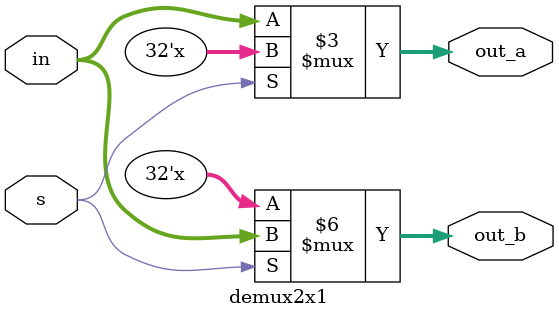
<source format=v>


module demux2x1(in, s, out_a, out_b);
	parameter width = 32;
	
	input s;
	input [width - 1:0] in;
	
	// should these just latch?
	output reg [width - 1:0] out_a, out_b;
	
	always @(in, s) begin
		if(s)
			out_b <= in;
		else
			out_a <= in;
	end
	
endmodule
</source>
